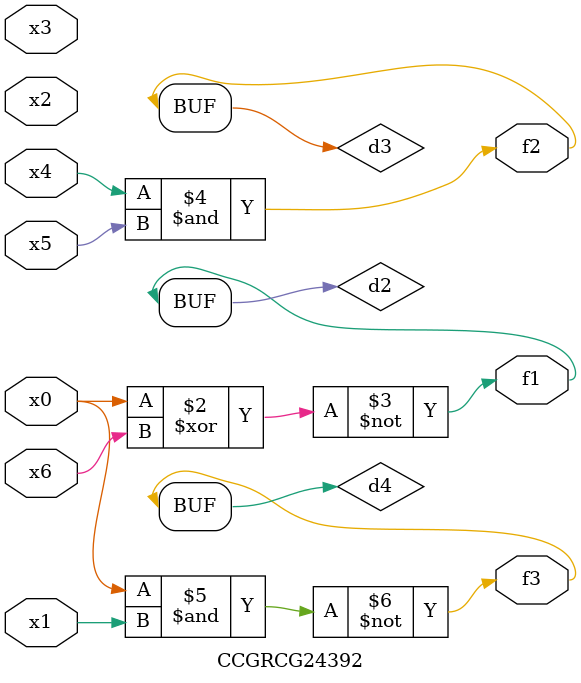
<source format=v>
module CCGRCG24392(
	input x0, x1, x2, x3, x4, x5, x6,
	output f1, f2, f3
);

	wire d1, d2, d3, d4;

	nor (d1, x0);
	xnor (d2, x0, x6);
	and (d3, x4, x5);
	nand (d4, x0, x1);
	assign f1 = d2;
	assign f2 = d3;
	assign f3 = d4;
endmodule

</source>
